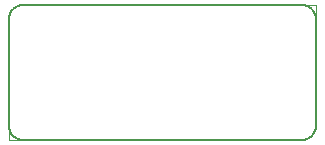
<source format=gm1>
G04*
G04 #@! TF.GenerationSoftware,Altium Limited,Altium Designer,21.6.4 (81)*
G04*
G04 Layer_Color=16711935*
%FSLAX44Y44*%
%MOMM*%
G71*
G04*
G04 #@! TF.SameCoordinates,4107C3E3-393E-48B2-8F04-51D99C162D70*
G04*
G04*
G04 #@! TF.FilePolarity,Positive*
G04*
G01*
G75*
%ADD11C,0.2000*%
%ADD53C,0.1000*%
D11*
X247300Y-7500D02*
X249778Y-7256D01*
X252160Y-6533D01*
X254356Y-5360D01*
X256280Y-3780D01*
X257860Y-1856D01*
X259033Y340D01*
X259756Y2722D01*
X260000Y5200D01*
Y94800D02*
X259756Y97278D01*
X259033Y99660D01*
X257860Y101856D01*
X256280Y103780D01*
X254356Y105360D01*
X252160Y106533D01*
X249778Y107256D01*
X247300Y107500D01*
X12700Y107500D02*
X10222Y107256D01*
X7840Y106533D01*
X5644Y105360D01*
X3720Y103780D01*
X2140Y101856D01*
X967Y99660D01*
X244Y97278D01*
X0Y94800D01*
Y5200D02*
X244Y2722D01*
X967Y340D01*
X2140Y-1856D01*
X3720Y-3780D01*
X5644Y-5360D01*
X7840Y-6533D01*
X10222Y-7256D01*
X12700Y-7500D01*
X260000Y5200D02*
Y94800D01*
X0Y5200D02*
Y94800D01*
X12700Y107500D02*
X247300Y107500D01*
X12700Y-7500D02*
X247300Y-7500D01*
D53*
X260000Y94800D02*
Y107500D01*
X247300D02*
X260000D01*
X0Y-7500D02*
Y5200D01*
Y-7500D02*
X12700D01*
M02*

</source>
